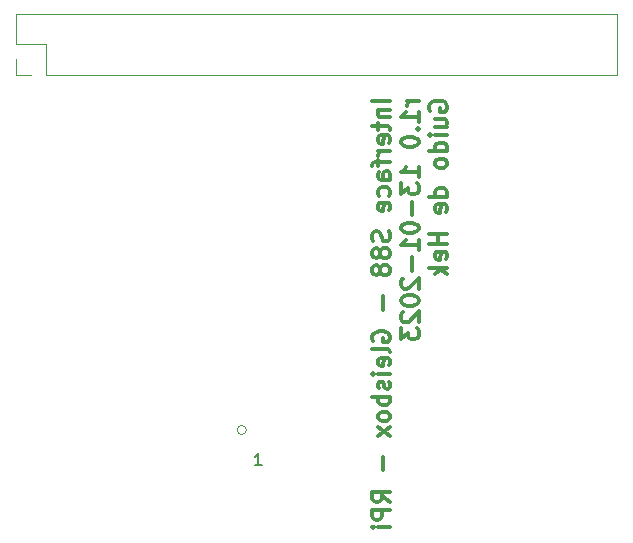
<source format=gbo>
%TF.GenerationSoftware,KiCad,Pcbnew,(6.0.10)*%
%TF.CreationDate,2023-01-13T18:11:07+01:00*%
%TF.ProjectId,InterfaceS88GleisboxRPi,496e7465-7266-4616-9365-533838476c65,rev?*%
%TF.SameCoordinates,Original*%
%TF.FileFunction,Legend,Bot*%
%TF.FilePolarity,Positive*%
%FSLAX46Y46*%
G04 Gerber Fmt 4.6, Leading zero omitted, Abs format (unit mm)*
G04 Created by KiCad (PCBNEW (6.0.10)) date 2023-01-13 18:11:07*
%MOMM*%
%LPD*%
G01*
G04 APERTURE LIST*
%ADD10C,0.300000*%
%ADD11C,0.150000*%
%ADD12C,0.120000*%
%ADD13R,3.000000X3.000000*%
%ADD14C,3.000000*%
%ADD15C,3.450000*%
%ADD16C,1.650000*%
%ADD17R,1.500000X1.500000*%
%ADD18C,3.251200*%
%ADD19C,1.397000*%
%ADD20C,6.200000*%
%ADD21R,1.500000X1.050000*%
%ADD22O,1.500000X1.050000*%
%ADD23R,1.700000X1.700000*%
%ADD24O,1.700000X1.700000*%
%ADD25R,1.600000X1.600000*%
%ADD26O,1.600000X1.600000*%
%ADD27C,2.300000*%
G04 APERTURE END LIST*
D10*
X129263571Y-56652142D02*
X127763571Y-56652142D01*
X128263571Y-57366428D02*
X129263571Y-57366428D01*
X128406428Y-57366428D02*
X128335000Y-57437857D01*
X128263571Y-57580714D01*
X128263571Y-57795000D01*
X128335000Y-57937857D01*
X128477857Y-58009285D01*
X129263571Y-58009285D01*
X128263571Y-58509285D02*
X128263571Y-59080714D01*
X127763571Y-58723571D02*
X129049285Y-58723571D01*
X129192142Y-58795000D01*
X129263571Y-58937857D01*
X129263571Y-59080714D01*
X129192142Y-60152142D02*
X129263571Y-60009285D01*
X129263571Y-59723571D01*
X129192142Y-59580714D01*
X129049285Y-59509285D01*
X128477857Y-59509285D01*
X128335000Y-59580714D01*
X128263571Y-59723571D01*
X128263571Y-60009285D01*
X128335000Y-60152142D01*
X128477857Y-60223571D01*
X128620714Y-60223571D01*
X128763571Y-59509285D01*
X129263571Y-60866428D02*
X128263571Y-60866428D01*
X128549285Y-60866428D02*
X128406428Y-60937857D01*
X128335000Y-61009285D01*
X128263571Y-61152142D01*
X128263571Y-61295000D01*
X128263571Y-61580714D02*
X128263571Y-62152142D01*
X129263571Y-61795000D02*
X127977857Y-61795000D01*
X127835000Y-61866428D01*
X127763571Y-62009285D01*
X127763571Y-62152142D01*
X129263571Y-63295000D02*
X128477857Y-63295000D01*
X128335000Y-63223571D01*
X128263571Y-63080714D01*
X128263571Y-62795000D01*
X128335000Y-62652142D01*
X129192142Y-63295000D02*
X129263571Y-63152142D01*
X129263571Y-62795000D01*
X129192142Y-62652142D01*
X129049285Y-62580714D01*
X128906428Y-62580714D01*
X128763571Y-62652142D01*
X128692142Y-62795000D01*
X128692142Y-63152142D01*
X128620714Y-63295000D01*
X129192142Y-64652142D02*
X129263571Y-64509285D01*
X129263571Y-64223571D01*
X129192142Y-64080714D01*
X129120714Y-64009285D01*
X128977857Y-63937857D01*
X128549285Y-63937857D01*
X128406428Y-64009285D01*
X128335000Y-64080714D01*
X128263571Y-64223571D01*
X128263571Y-64509285D01*
X128335000Y-64652142D01*
X129192142Y-65866428D02*
X129263571Y-65723571D01*
X129263571Y-65437857D01*
X129192142Y-65295000D01*
X129049285Y-65223571D01*
X128477857Y-65223571D01*
X128335000Y-65295000D01*
X128263571Y-65437857D01*
X128263571Y-65723571D01*
X128335000Y-65866428D01*
X128477857Y-65937857D01*
X128620714Y-65937857D01*
X128763571Y-65223571D01*
X129192142Y-67652142D02*
X129263571Y-67866428D01*
X129263571Y-68223571D01*
X129192142Y-68366428D01*
X129120714Y-68437857D01*
X128977857Y-68509285D01*
X128835000Y-68509285D01*
X128692142Y-68437857D01*
X128620714Y-68366428D01*
X128549285Y-68223571D01*
X128477857Y-67937857D01*
X128406428Y-67795000D01*
X128335000Y-67723571D01*
X128192142Y-67652142D01*
X128049285Y-67652142D01*
X127906428Y-67723571D01*
X127835000Y-67795000D01*
X127763571Y-67937857D01*
X127763571Y-68295000D01*
X127835000Y-68509285D01*
X128406428Y-69366428D02*
X128335000Y-69223571D01*
X128263571Y-69152142D01*
X128120714Y-69080714D01*
X128049285Y-69080714D01*
X127906428Y-69152142D01*
X127835000Y-69223571D01*
X127763571Y-69366428D01*
X127763571Y-69652142D01*
X127835000Y-69795000D01*
X127906428Y-69866428D01*
X128049285Y-69937857D01*
X128120714Y-69937857D01*
X128263571Y-69866428D01*
X128335000Y-69795000D01*
X128406428Y-69652142D01*
X128406428Y-69366428D01*
X128477857Y-69223571D01*
X128549285Y-69152142D01*
X128692142Y-69080714D01*
X128977857Y-69080714D01*
X129120714Y-69152142D01*
X129192142Y-69223571D01*
X129263571Y-69366428D01*
X129263571Y-69652142D01*
X129192142Y-69795000D01*
X129120714Y-69866428D01*
X128977857Y-69937857D01*
X128692142Y-69937857D01*
X128549285Y-69866428D01*
X128477857Y-69795000D01*
X128406428Y-69652142D01*
X128406428Y-70795000D02*
X128335000Y-70652142D01*
X128263571Y-70580714D01*
X128120714Y-70509285D01*
X128049285Y-70509285D01*
X127906428Y-70580714D01*
X127835000Y-70652142D01*
X127763571Y-70795000D01*
X127763571Y-71080714D01*
X127835000Y-71223571D01*
X127906428Y-71295000D01*
X128049285Y-71366428D01*
X128120714Y-71366428D01*
X128263571Y-71295000D01*
X128335000Y-71223571D01*
X128406428Y-71080714D01*
X128406428Y-70795000D01*
X128477857Y-70652142D01*
X128549285Y-70580714D01*
X128692142Y-70509285D01*
X128977857Y-70509285D01*
X129120714Y-70580714D01*
X129192142Y-70652142D01*
X129263571Y-70795000D01*
X129263571Y-71080714D01*
X129192142Y-71223571D01*
X129120714Y-71295000D01*
X128977857Y-71366428D01*
X128692142Y-71366428D01*
X128549285Y-71295000D01*
X128477857Y-71223571D01*
X128406428Y-71080714D01*
X128692142Y-73152142D02*
X128692142Y-74295000D01*
X127835000Y-76937857D02*
X127763571Y-76795000D01*
X127763571Y-76580714D01*
X127835000Y-76366428D01*
X127977857Y-76223571D01*
X128120714Y-76152142D01*
X128406428Y-76080714D01*
X128620714Y-76080714D01*
X128906428Y-76152142D01*
X129049285Y-76223571D01*
X129192142Y-76366428D01*
X129263571Y-76580714D01*
X129263571Y-76723571D01*
X129192142Y-76937857D01*
X129120714Y-77009285D01*
X128620714Y-77009285D01*
X128620714Y-76723571D01*
X129263571Y-77866428D02*
X129192142Y-77723571D01*
X129049285Y-77652142D01*
X127763571Y-77652142D01*
X129192142Y-79009285D02*
X129263571Y-78866428D01*
X129263571Y-78580714D01*
X129192142Y-78437857D01*
X129049285Y-78366428D01*
X128477857Y-78366428D01*
X128335000Y-78437857D01*
X128263571Y-78580714D01*
X128263571Y-78866428D01*
X128335000Y-79009285D01*
X128477857Y-79080714D01*
X128620714Y-79080714D01*
X128763571Y-78366428D01*
X129263571Y-79723571D02*
X128263571Y-79723571D01*
X127763571Y-79723571D02*
X127835000Y-79652142D01*
X127906428Y-79723571D01*
X127835000Y-79795000D01*
X127763571Y-79723571D01*
X127906428Y-79723571D01*
X129192142Y-80366428D02*
X129263571Y-80509285D01*
X129263571Y-80795000D01*
X129192142Y-80937857D01*
X129049285Y-81009285D01*
X128977857Y-81009285D01*
X128835000Y-80937857D01*
X128763571Y-80795000D01*
X128763571Y-80580714D01*
X128692142Y-80437857D01*
X128549285Y-80366428D01*
X128477857Y-80366428D01*
X128335000Y-80437857D01*
X128263571Y-80580714D01*
X128263571Y-80795000D01*
X128335000Y-80937857D01*
X129263571Y-81652142D02*
X127763571Y-81652142D01*
X128335000Y-81652142D02*
X128263571Y-81795000D01*
X128263571Y-82080714D01*
X128335000Y-82223571D01*
X128406428Y-82295000D01*
X128549285Y-82366428D01*
X128977857Y-82366428D01*
X129120714Y-82295000D01*
X129192142Y-82223571D01*
X129263571Y-82080714D01*
X129263571Y-81795000D01*
X129192142Y-81652142D01*
X129263571Y-83223571D02*
X129192142Y-83080714D01*
X129120714Y-83009285D01*
X128977857Y-82937857D01*
X128549285Y-82937857D01*
X128406428Y-83009285D01*
X128335000Y-83080714D01*
X128263571Y-83223571D01*
X128263571Y-83437857D01*
X128335000Y-83580714D01*
X128406428Y-83652142D01*
X128549285Y-83723571D01*
X128977857Y-83723571D01*
X129120714Y-83652142D01*
X129192142Y-83580714D01*
X129263571Y-83437857D01*
X129263571Y-83223571D01*
X129263571Y-84223571D02*
X128263571Y-85009285D01*
X128263571Y-84223571D02*
X129263571Y-85009285D01*
X128692142Y-86723571D02*
X128692142Y-87866428D01*
X129263571Y-90580714D02*
X128549285Y-90080714D01*
X129263571Y-89723571D02*
X127763571Y-89723571D01*
X127763571Y-90295000D01*
X127835000Y-90437857D01*
X127906428Y-90509285D01*
X128049285Y-90580714D01*
X128263571Y-90580714D01*
X128406428Y-90509285D01*
X128477857Y-90437857D01*
X128549285Y-90295000D01*
X128549285Y-89723571D01*
X129263571Y-91223571D02*
X127763571Y-91223571D01*
X127763571Y-91795000D01*
X127835000Y-91937857D01*
X127906428Y-92009285D01*
X128049285Y-92080714D01*
X128263571Y-92080714D01*
X128406428Y-92009285D01*
X128477857Y-91937857D01*
X128549285Y-91795000D01*
X128549285Y-91223571D01*
X129263571Y-92723571D02*
X128263571Y-92723571D01*
X127763571Y-92723571D02*
X127835000Y-92652142D01*
X127906428Y-92723571D01*
X127835000Y-92795000D01*
X127763571Y-92723571D01*
X127906428Y-92723571D01*
X131678571Y-56652142D02*
X130678571Y-56652142D01*
X130964285Y-56652142D02*
X130821428Y-56723571D01*
X130750000Y-56795000D01*
X130678571Y-56937857D01*
X130678571Y-57080714D01*
X131678571Y-58366428D02*
X131678571Y-57509285D01*
X131678571Y-57937857D02*
X130178571Y-57937857D01*
X130392857Y-57795000D01*
X130535714Y-57652142D01*
X130607142Y-57509285D01*
X131535714Y-59009285D02*
X131607142Y-59080714D01*
X131678571Y-59009285D01*
X131607142Y-58937857D01*
X131535714Y-59009285D01*
X131678571Y-59009285D01*
X130178571Y-60009285D02*
X130178571Y-60152142D01*
X130250000Y-60295000D01*
X130321428Y-60366428D01*
X130464285Y-60437857D01*
X130750000Y-60509285D01*
X131107142Y-60509285D01*
X131392857Y-60437857D01*
X131535714Y-60366428D01*
X131607142Y-60295000D01*
X131678571Y-60152142D01*
X131678571Y-60009285D01*
X131607142Y-59866428D01*
X131535714Y-59795000D01*
X131392857Y-59723571D01*
X131107142Y-59652142D01*
X130750000Y-59652142D01*
X130464285Y-59723571D01*
X130321428Y-59795000D01*
X130250000Y-59866428D01*
X130178571Y-60009285D01*
X131678571Y-63080714D02*
X131678571Y-62223571D01*
X131678571Y-62652142D02*
X130178571Y-62652142D01*
X130392857Y-62509285D01*
X130535714Y-62366428D01*
X130607142Y-62223571D01*
X130178571Y-63580714D02*
X130178571Y-64509285D01*
X130750000Y-64009285D01*
X130750000Y-64223571D01*
X130821428Y-64366428D01*
X130892857Y-64437857D01*
X131035714Y-64509285D01*
X131392857Y-64509285D01*
X131535714Y-64437857D01*
X131607142Y-64366428D01*
X131678571Y-64223571D01*
X131678571Y-63795000D01*
X131607142Y-63652142D01*
X131535714Y-63580714D01*
X131107142Y-65152142D02*
X131107142Y-66295000D01*
X130178571Y-67295000D02*
X130178571Y-67437857D01*
X130250000Y-67580714D01*
X130321428Y-67652142D01*
X130464285Y-67723571D01*
X130750000Y-67795000D01*
X131107142Y-67795000D01*
X131392857Y-67723571D01*
X131535714Y-67652142D01*
X131607142Y-67580714D01*
X131678571Y-67437857D01*
X131678571Y-67295000D01*
X131607142Y-67152142D01*
X131535714Y-67080714D01*
X131392857Y-67009285D01*
X131107142Y-66937857D01*
X130750000Y-66937857D01*
X130464285Y-67009285D01*
X130321428Y-67080714D01*
X130250000Y-67152142D01*
X130178571Y-67295000D01*
X131678571Y-69223571D02*
X131678571Y-68366428D01*
X131678571Y-68795000D02*
X130178571Y-68795000D01*
X130392857Y-68652142D01*
X130535714Y-68509285D01*
X130607142Y-68366428D01*
X131107142Y-69866428D02*
X131107142Y-71009285D01*
X130321428Y-71652142D02*
X130250000Y-71723571D01*
X130178571Y-71866428D01*
X130178571Y-72223571D01*
X130250000Y-72366428D01*
X130321428Y-72437857D01*
X130464285Y-72509285D01*
X130607142Y-72509285D01*
X130821428Y-72437857D01*
X131678571Y-71580714D01*
X131678571Y-72509285D01*
X130178571Y-73437857D02*
X130178571Y-73580714D01*
X130250000Y-73723571D01*
X130321428Y-73795000D01*
X130464285Y-73866428D01*
X130750000Y-73937857D01*
X131107142Y-73937857D01*
X131392857Y-73866428D01*
X131535714Y-73795000D01*
X131607142Y-73723571D01*
X131678571Y-73580714D01*
X131678571Y-73437857D01*
X131607142Y-73295000D01*
X131535714Y-73223571D01*
X131392857Y-73152142D01*
X131107142Y-73080714D01*
X130750000Y-73080714D01*
X130464285Y-73152142D01*
X130321428Y-73223571D01*
X130250000Y-73295000D01*
X130178571Y-73437857D01*
X130321428Y-74509285D02*
X130250000Y-74580714D01*
X130178571Y-74723571D01*
X130178571Y-75080714D01*
X130250000Y-75223571D01*
X130321428Y-75295000D01*
X130464285Y-75366428D01*
X130607142Y-75366428D01*
X130821428Y-75295000D01*
X131678571Y-74437857D01*
X131678571Y-75366428D01*
X130178571Y-75866428D02*
X130178571Y-76795000D01*
X130750000Y-76295000D01*
X130750000Y-76509285D01*
X130821428Y-76652142D01*
X130892857Y-76723571D01*
X131035714Y-76795000D01*
X131392857Y-76795000D01*
X131535714Y-76723571D01*
X131607142Y-76652142D01*
X131678571Y-76509285D01*
X131678571Y-76080714D01*
X131607142Y-75937857D01*
X131535714Y-75866428D01*
X132665000Y-57437857D02*
X132593571Y-57295000D01*
X132593571Y-57080714D01*
X132665000Y-56866428D01*
X132807857Y-56723571D01*
X132950714Y-56652142D01*
X133236428Y-56580714D01*
X133450714Y-56580714D01*
X133736428Y-56652142D01*
X133879285Y-56723571D01*
X134022142Y-56866428D01*
X134093571Y-57080714D01*
X134093571Y-57223571D01*
X134022142Y-57437857D01*
X133950714Y-57509285D01*
X133450714Y-57509285D01*
X133450714Y-57223571D01*
X133093571Y-58795000D02*
X134093571Y-58795000D01*
X133093571Y-58152142D02*
X133879285Y-58152142D01*
X134022142Y-58223571D01*
X134093571Y-58366428D01*
X134093571Y-58580714D01*
X134022142Y-58723571D01*
X133950714Y-58795000D01*
X134093571Y-59509285D02*
X133093571Y-59509285D01*
X132593571Y-59509285D02*
X132665000Y-59437857D01*
X132736428Y-59509285D01*
X132665000Y-59580714D01*
X132593571Y-59509285D01*
X132736428Y-59509285D01*
X134093571Y-60866428D02*
X132593571Y-60866428D01*
X134022142Y-60866428D02*
X134093571Y-60723571D01*
X134093571Y-60437857D01*
X134022142Y-60295000D01*
X133950714Y-60223571D01*
X133807857Y-60152142D01*
X133379285Y-60152142D01*
X133236428Y-60223571D01*
X133165000Y-60295000D01*
X133093571Y-60437857D01*
X133093571Y-60723571D01*
X133165000Y-60866428D01*
X134093571Y-61795000D02*
X134022142Y-61652142D01*
X133950714Y-61580714D01*
X133807857Y-61509285D01*
X133379285Y-61509285D01*
X133236428Y-61580714D01*
X133165000Y-61652142D01*
X133093571Y-61795000D01*
X133093571Y-62009285D01*
X133165000Y-62152142D01*
X133236428Y-62223571D01*
X133379285Y-62295000D01*
X133807857Y-62295000D01*
X133950714Y-62223571D01*
X134022142Y-62152142D01*
X134093571Y-62009285D01*
X134093571Y-61795000D01*
X134093571Y-64723571D02*
X132593571Y-64723571D01*
X134022142Y-64723571D02*
X134093571Y-64580714D01*
X134093571Y-64295000D01*
X134022142Y-64152142D01*
X133950714Y-64080714D01*
X133807857Y-64009285D01*
X133379285Y-64009285D01*
X133236428Y-64080714D01*
X133165000Y-64152142D01*
X133093571Y-64295000D01*
X133093571Y-64580714D01*
X133165000Y-64723571D01*
X134022142Y-66009285D02*
X134093571Y-65866428D01*
X134093571Y-65580714D01*
X134022142Y-65437857D01*
X133879285Y-65366428D01*
X133307857Y-65366428D01*
X133165000Y-65437857D01*
X133093571Y-65580714D01*
X133093571Y-65866428D01*
X133165000Y-66009285D01*
X133307857Y-66080714D01*
X133450714Y-66080714D01*
X133593571Y-65366428D01*
X134093571Y-67866428D02*
X132593571Y-67866428D01*
X133307857Y-67866428D02*
X133307857Y-68723571D01*
X134093571Y-68723571D02*
X132593571Y-68723571D01*
X134022142Y-70009285D02*
X134093571Y-69866428D01*
X134093571Y-69580714D01*
X134022142Y-69437857D01*
X133879285Y-69366428D01*
X133307857Y-69366428D01*
X133165000Y-69437857D01*
X133093571Y-69580714D01*
X133093571Y-69866428D01*
X133165000Y-70009285D01*
X133307857Y-70080714D01*
X133450714Y-70080714D01*
X133593571Y-69366428D01*
X134093571Y-70723571D02*
X132593571Y-70723571D01*
X133522142Y-70866428D02*
X134093571Y-71295000D01*
X133093571Y-71295000D02*
X133665000Y-70723571D01*
D11*
%TO.C,J4*%
X118382714Y-87452380D02*
X117811285Y-87452380D01*
X118097000Y-87452380D02*
X118097000Y-86452380D01*
X118001761Y-86595238D01*
X117906523Y-86690476D01*
X117811285Y-86738095D01*
D12*
X117081000Y-84471000D02*
G75*
G03*
X117081000Y-84471000I-381000J0D01*
G01*
%TO.C,J1*%
X97570000Y-53100000D02*
X97570000Y-54430000D01*
X100170000Y-51830000D02*
X100170000Y-54430000D01*
X148490000Y-49230000D02*
X148490000Y-54430000D01*
X97570000Y-49230000D02*
X97570000Y-51830000D01*
X97570000Y-51830000D02*
X100170000Y-51830000D01*
X100170000Y-54430000D02*
X148490000Y-54430000D01*
X97570000Y-49230000D02*
X148490000Y-49230000D01*
X97570000Y-54430000D02*
X98900000Y-54430000D01*
%TD*%
%LPC*%
D13*
%TO.C,J5*%
X95000000Y-93900000D03*
D14*
X95000000Y-88820000D03*
%TD*%
D15*
%TO.C,J2*%
X130850000Y-98000000D03*
X145350000Y-98000000D03*
X138100000Y-98800000D03*
D16*
X142100000Y-92500000D03*
X140100000Y-92500000D03*
X134100000Y-92500000D03*
X142100000Y-95000000D03*
X138100000Y-92500000D03*
X136100000Y-92500000D03*
X134100000Y-95000000D03*
X140100000Y-95000000D03*
X138100000Y-95000000D03*
D17*
X136100000Y-95000000D03*
%TD*%
D18*
%TO.C,J4*%
X106540000Y-95900000D03*
X117970000Y-95900000D03*
D19*
X116700000Y-87000000D03*
X115430000Y-89540000D03*
X114160000Y-87000000D03*
X112890000Y-89540000D03*
X111620000Y-87000000D03*
X110350000Y-89540000D03*
X109080000Y-87000000D03*
X107810000Y-89540000D03*
%TD*%
D20*
%TO.C,*%
X152000000Y-51800000D03*
%TD*%
%TO.C,*%
X94000000Y-51800000D03*
%TD*%
%TO.C,*%
X94000000Y-100800000D03*
%TD*%
%TO.C,*%
X152000000Y-100800000D03*
%TD*%
D21*
%TO.C,U4*%
X125660000Y-86170000D03*
D22*
X125660000Y-84900000D03*
X125660000Y-83630000D03*
%TD*%
D23*
%TO.C,J3*%
X152000000Y-88080000D03*
D24*
X152000000Y-90620000D03*
%TD*%
D25*
%TO.C,U6*%
X111000000Y-67600000D03*
D26*
X113540000Y-67600000D03*
X116080000Y-67600000D03*
X118620000Y-67600000D03*
X118620000Y-59980000D03*
X116080000Y-59980000D03*
X113540000Y-59980000D03*
X111000000Y-59980000D03*
%TD*%
D25*
%TO.C,U7*%
X111100000Y-81900000D03*
D26*
X113640000Y-81900000D03*
X116180000Y-81900000D03*
X118720000Y-81900000D03*
X118720000Y-74280000D03*
X116180000Y-74280000D03*
X113640000Y-74280000D03*
X111100000Y-74280000D03*
%TD*%
D25*
%TO.C,U5*%
X98100000Y-81800000D03*
D26*
X100640000Y-81800000D03*
X103180000Y-81800000D03*
X105720000Y-81800000D03*
X105720000Y-74180000D03*
X103180000Y-74180000D03*
X100640000Y-74180000D03*
X98100000Y-74180000D03*
%TD*%
D25*
%TO.C,U8*%
X97900000Y-67800000D03*
D26*
X100440000Y-67800000D03*
X102980000Y-67800000D03*
X105520000Y-67800000D03*
X105520000Y-60180000D03*
X102980000Y-60180000D03*
X100440000Y-60180000D03*
X97900000Y-60180000D03*
%TD*%
D27*
%TO.C,Y1*%
X144300000Y-72550000D03*
X144300000Y-67650000D03*
%TD*%
D23*
%TO.C,J1*%
X98900000Y-53100000D03*
D24*
X98900000Y-50560000D03*
X101440000Y-53100000D03*
X101440000Y-50560000D03*
X103980000Y-53100000D03*
X103980000Y-50560000D03*
X106520000Y-53100000D03*
X106520000Y-50560000D03*
X109060000Y-53100000D03*
X109060000Y-50560000D03*
X111600000Y-53100000D03*
X111600000Y-50560000D03*
X114140000Y-53100000D03*
X114140000Y-50560000D03*
X116680000Y-53100000D03*
X116680000Y-50560000D03*
X119220000Y-53100000D03*
X119220000Y-50560000D03*
X121760000Y-53100000D03*
X121760000Y-50560000D03*
X124300000Y-53100000D03*
X124300000Y-50560000D03*
X126840000Y-53100000D03*
X126840000Y-50560000D03*
X129380000Y-53100000D03*
X129380000Y-50560000D03*
X131920000Y-53100000D03*
X131920000Y-50560000D03*
X134460000Y-53100000D03*
X134460000Y-50560000D03*
X137000000Y-53100000D03*
X137000000Y-50560000D03*
X139540000Y-53100000D03*
X139540000Y-50560000D03*
X142080000Y-53100000D03*
X142080000Y-50560000D03*
X144620000Y-53100000D03*
X144620000Y-50560000D03*
X147160000Y-53100000D03*
X147160000Y-50560000D03*
%TD*%
M02*

</source>
